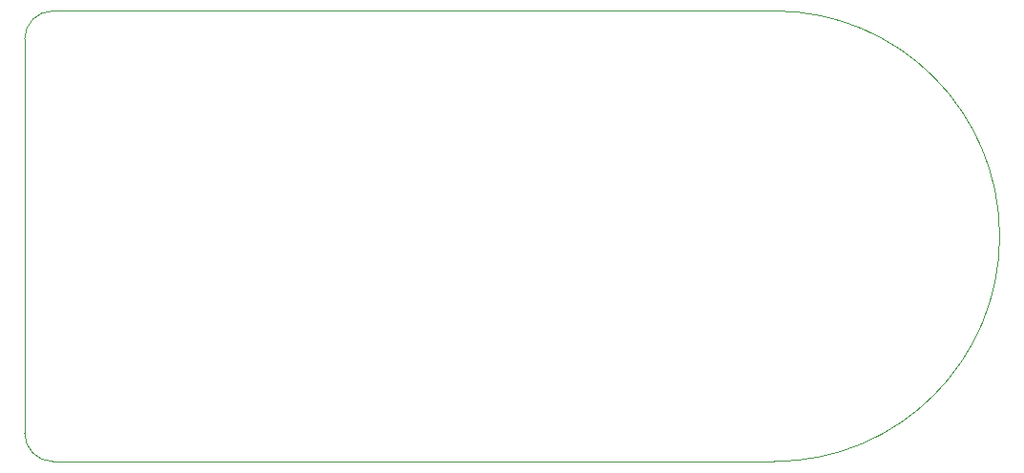
<source format=gbr>
%TF.GenerationSoftware,KiCad,Pcbnew,9.0.2-9.0.2-0~ubuntu24.04.1*%
%TF.CreationDate,2025-07-11T12:15:57+05:30*%
%TF.ProjectId,Programmer_rev01,50726f67-7261-46d6-9d65-725f72657630,rev?*%
%TF.SameCoordinates,Original*%
%TF.FileFunction,Profile,NP*%
%FSLAX46Y46*%
G04 Gerber Fmt 4.6, Leading zero omitted, Abs format (unit mm)*
G04 Created by KiCad (PCBNEW 9.0.2-9.0.2-0~ubuntu24.04.1) date 2025-07-11 12:15:57*
%MOMM*%
%LPD*%
G01*
G04 APERTURE LIST*
%TA.AperFunction,Profile*%
%ADD10C,0.050000*%
%TD*%
G04 APERTURE END LIST*
D10*
X114500000Y-80000000D02*
X50500000Y-80000000D01*
X50500000Y-120000000D02*
X114500000Y-120000000D01*
X48000000Y-82500000D02*
X48000000Y-117500000D01*
X50500000Y-120000000D02*
G75*
G02*
X48000000Y-117500000I0J2500000D01*
G01*
X48000000Y-82500000D02*
G75*
G02*
X50500000Y-80000000I2500000J0D01*
G01*
X114500000Y-80000000D02*
G75*
G02*
X114500000Y-120000000I0J-20000000D01*
G01*
M02*

</source>
